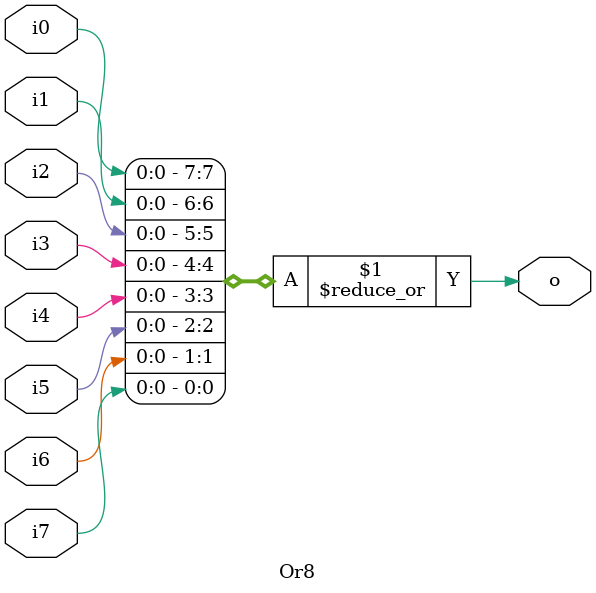
<source format=v>
module Or8(	// file.cleaned.mlir:2:3
  input  i0,	// file.cleaned.mlir:2:21
         i1,	// file.cleaned.mlir:2:34
         i2,	// file.cleaned.mlir:2:47
         i3,	// file.cleaned.mlir:2:60
         i4,	// file.cleaned.mlir:2:73
         i5,	// file.cleaned.mlir:2:86
         i6,	// file.cleaned.mlir:2:99
         i7,	// file.cleaned.mlir:2:112
  output o	// file.cleaned.mlir:2:126
);

  assign o = |{i0, i1, i2, i3, i4, i5, i6, i7};	// file.cleaned.mlir:4:10, :5:10, :6:5
endmodule


</source>
